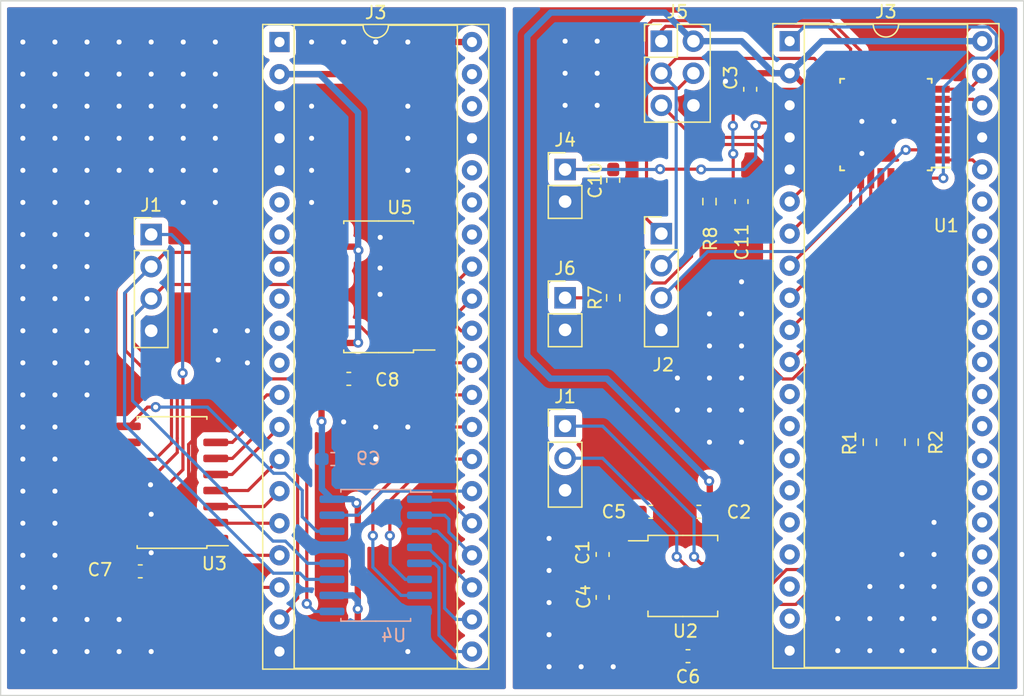
<source format=kicad_pcb>
(kicad_pcb (version 20211014) (generator pcbnew)
  (layers (0 "F.Cu" signal) (31 "B.Cu" signal) (34 "B.Paste" user) (35 "F.Paste" user) (36 "B.SilkS" user "B.Silkscreen") (37 "F.SilkS" user "F.Silkscreen") (38 "B.Mask" user) (39 "F.Mask" user) (44 "Edge.Cuts" user))
  (net 0 "")
  (net 3 "GND")
  (net 4 "+5V")
  (net 17 "RL11")
  (net 18 "RL10")
  (net 19 "RL9")
  (net 20 "RL8")
  (net 21 "RL7")
  (net 22 "RL6")
  (net 23 "RL5")
  (net 24 "RL1_2")
  (net 25 "RL17")
  (net 26 "RL16")
  (net 27 "RL15")
  (net 28 "RL14")
  (net 29 "RL13")
  (net 30 "RL12")
  (net 31 "RL4")
  (net 32 "RL3")
  (net 33 "RL18")
  (net 34 "RL19")
  (net 35 "RL20")
  (net 36 "RL21")
  (net 37 "RL22")
  (net 40 "MOSI")
  (net 41 "SCLK")
  (net 42 "Net-(U3-Pad9)")
  (net 43 "Net-(U4-Pad9)")
  (net 44 "LATCH")
  (footprint "Capacitor_SMD:C_0603_1608Metric_Pad1.08x0.95mm_HandSolder" (layer "F.Cu") (at 121.0575 90.17)
    (fp_text reference "C7")
    (fp_text value "100n" hide)
  )
  (footprint "Package_QFP:TQFP-32_7x7mm_P0.8mm" (layer "F.Cu") (at 180.0932 54.795922 180)
    (fp_text reference "U1")
    (fp_text value "ATmega328PB-A" hide)
  )
  (footprint "Capacitor_SMD:C_0603_1608Metric_Pad1.08x0.95mm_HandSolder" (layer "F.Cu") (at 161.475 85.453722)
    (fp_text reference "C5")
    (fp_text value "100n")
  )
  (footprint "Capacitor_SMD:C_0603_1608Metric_Pad1.08x0.95mm_HandSolder" (layer "F.Cu") (at 169.349 52.001922 -90)
    (fp_text reference "C3")
    (fp_text value "100n" hide)
  )
  (footprint "Resistor_SMD:R_0603_1608Metric_Pad0.98x0.95mm_HandSolder" (layer "F.Cu") (at 158.5032 68.511922 90)
    (fp_text reference "R7")
    (fp_text value "10k" hide)
  )
  (footprint "Connector_PinHeader_2.54mm:PinHeader_1x03_P2.54mm_Vertical" (layer "F.Cu") (at 154.6932 78.671922)
    (fp_text reference "J1")
    (fp_text value "3pin")
  )
  (footprint "Capacitor_SMD:C_0603_1608Metric_Pad1.08x0.95mm_HandSolder" (layer "F.Cu") (at 164.4225 96.883722)
    (fp_text reference "C6")
    (fp_text value "100n" hide)
  )
  (footprint "Capacitor_SMD:C_0603_1608Metric_Pad1.08x0.95mm_HandSolder" (layer "F.Cu") (at 168.6632 60.891922 -90)
    (fp_text reference "C11")
    (fp_text value "100n" hide)
  )
  (footprint "Capacitor_SMD:C_0603_1608Metric_Pad1.08x0.95mm_HandSolder" (layer "F.Cu") (at 157.665 92.234422 -90)
    (fp_text reference "C4")
    (fp_text value "100n" hide)
  )
  (footprint "Resistor_SMD:R_0603_1608Metric_Pad0.98x0.95mm_HandSolder" (layer "F.Cu") (at 182.1252 79.941922 -90)
    (fp_text reference "R2")
    (fp_text value "10k" hide)
  )
  (footprint "Capacitor_SMD:C_0603_1608Metric_Pad1.08x0.95mm_HandSolder" (layer "F.Cu") (at 165.285 85.453722)
    (fp_text reference "C2")
    (fp_text value "100n")
  )
  (footprint "Connector_PinHeader_2.54mm:PinHeader_1x02_P2.54mm_Vertical" (layer "F.Cu") (at 154.6932 68.511922)
    (fp_text reference "J6")
    (fp_text value "2pin" hide)
  )
  (footprint "Package_SO:SSOP-16_5.3x6.2mm_P0.65mm" (layer "F.Cu") (at 164.015 90.533722)
    (fp_text reference "U2")
    (fp_text value "MAX232" hide)
  )
  (footprint "Package_SO:SO-16_5.3x10.2mm_P1.27mm" (layer "F.Cu") (at 123.571 83.1342 180)
    (fp_text reference "U3")
    (fp_text value "74HC595" hide)
  )
  (footprint "Resistor_SMD:R_0603_1608Metric_Pad0.98x0.95mm_HandSolder" (layer "F.Cu") (at 166.1232 60.891922 90)
    (fp_text reference "R8")
    (fp_text value "10k" hide)
  )
  (footprint "Connector_PinHeader_2.54mm:PinHeader_1x04_P2.54mm_Vertical" (layer "F.Cu") (at 121.92 63.5)
    (fp_text reference "J1")
    (fp_text value "4pin" hide)
  )
  (footprint "Package_SO:SO-16_5.3x10.2mm_P1.27mm" (layer "F.Cu") (at 139.9286 67.6402 180)
    (fp_text reference "U5")
    (fp_text value "74HC595" hide)
  )
  (footprint "Resistor_SMD:R_0603_1608Metric_Pad0.98x0.95mm_HandSolder" (layer "F.Cu") (at 178.8232 79.941922 -90)
    (fp_text reference "R1")
    (fp_text value "10k" hide)
  )
  (footprint "Package_DIP:DIP-40_W15.24mm_Socket" (layer "F.Cu") (at 172.4732 48.191922)
    (fp_text reference "J3")
    (fp_text value "40pin" hide)
  )
  (footprint "Capacitor_SMD:C_0603_1608Metric_Pad1.08x0.95mm_HandSolder" (layer "F.Cu") (at 137.5675 74.93)
    (fp_text reference "C8")
    (fp_text value "100n" hide)
  )
  (footprint "Connector_PinHeader_2.54mm:PinHeader_1x04_P2.54mm_Vertical" (layer "F.Cu") (at 162.3132 63.431922)
    (fp_text reference "J2")
    (fp_text value "4pin" hide)
  )
  (footprint "Connector_PinHeader_2.54mm:PinHeader_2x03_P2.54mm_Vertical" (layer "F.Cu") (at 162.3132 48.191922)
    (fp_text reference "J5")
    (fp_text value "2x3pin" hide)
  )
  (footprint "Connector_PinHeader_2.54mm:PinHeader_1x02_P2.54mm_Vertical" (layer "F.Cu") (at 154.6932 58.351922)
    (fp_text reference "J4")
    (fp_text value "2pin" hide)
  )
  (footprint "Package_DIP:DIP-40_W15.24mm_Socket" (layer "F.Cu") (at 132.08 48.26)
    (fp_text reference "J3")
    (fp_text value "40pin" hide)
  )
  (footprint "Capacitor_SMD:C_0603_1608Metric_Pad1.08x0.95mm_HandSolder" (layer "F.Cu") (at 158.5032 59.214422 90)
    (fp_text reference "C10")
    (fp_text value "100n" hide)
  )
  (footprint "Capacitor_SMD:C_0603_1608Metric_Pad1.08x0.95mm_HandSolder" (layer "F.Cu") (at 157.665 88.831922 -90)
    (fp_text reference "C1")
    (fp_text value "100n" hide)
  )
  (footprint "Capacitor_SMD:C_0603_1608Metric_Pad1.08x0.95mm_HandSolder" (layer "B.Cu") (at 136.2975 81.28)
    (fp_text reference "C9")
    (fp_text value "100n" hide)
  )
  (footprint "Package_SO:SO-16_5.3x10.2mm_P1.27mm" (layer "B.Cu") (at 139.7 88.9 180)
    (fp_text reference "U4")
    (fp_text value "74HC595" hide)
  )
  (gr_rect (start 110 100) (end 191 45) (layer "Edge.Cuts") (width 0.1) (fill none))
  (segment (start 162.364 95.687722) (end 163.56 96.883722) (width 0.25) (layer "F.Cu") (net 0))
  (segment (start 168.0028 52.840122) (end 168.0028 54.872122) (width 0.25) (layer "F.Cu") (net 0))
  (segment (start 168.0028 57.107322) (end 168.0028 59.369022) (width 0.25) (layer "F.Cu") (net 0))
  (segment (start 175.8432 53.595922) (end 174.7932 53.595922) (width 0.25) (layer "F.Cu") (net 0))
  (segment (start 164.7008 61.145922) (end 165.8673 59.979422) (width 0.25) (layer "F.Cu") (net 0))
  (segment (start 177.2932 61.151922) (end 172.4732 65.971922) (width 0.25) (layer "F.Cu") (net 0))
  (segment (start 162.608721 67.337411) (end 164.7008 65.245332) (width 0.25) (layer "F.Cu") (net 0))
  (segment (start 162.2116 58.326522) (end 165.4374 58.326522) (width 0.25) (layer "F.Cu") (net 0))
  (segment (start 162.3132 53.271922) (end 165.412 56.370722) (width 0.25) (layer "F.Cu") (net 0))
  (segment (start 182.0932 59.045922) (end 182.0932 78.997422) (width 0.25) (layer "F.Cu") (net 0))
  (segment (start 168.0028 59.369022) (end 168.6632 60.029422) (width 0.25) (layer "F.Cu") (net 0))
  (segment (start 154.6932 68.511922) (end 157.5907 68.511922) (width 0.25) (layer "F.Cu") (net 0))
  (segment (start 186.7082 51.995922) (end 187.7132 50.990922) (width 0.25) (layer "F.Cu") (net 0))
  (segment (start 160.3132 87.969422) (end 160.6025 88.258722) (width 0.25) (layer "F.Cu") (net 0))
  (segment (start 169.984 54.668922) (end 169.7808 54.872122) (width 0.25) (layer "F.Cu") (net 0))
  (segment (start 182.0932 78.997422) (end 182.1252 79.029422) (width 0.25) (layer "F.Cu") (net 0))
  (segment (start 167.4275 90.858722) (end 166.554283 90.858722) (width 0.25) (layer "F.Cu") (net 0))
  (segment (start 175.8432 54.395922) (end 174.7932 54.395922) (width 0.25) (layer "F.Cu") (net 0))
  (segment (start 166.0724 91.340605) (end 166.0724 93.149922) (width 0.25) (layer "F.Cu") (net 0))
  (segment (start 184.6398 59.037722) (end 182.9014 59.037722) (width 0.25) (layer "F.Cu") (net 0))
  (segment (start 182.9014 59.037722) (end 182.8932 59.045922) (width 0.25) (layer "F.Cu") (net 0))
  (segment (start 173.4638 90.025722) (end 178.8232 84.666322) (width 0.25) (layer "F.Cu") (net 0))
  (segment (start 184.3432 52.795922) (end 186.9782 52.795922) (width 0.25) (layer "F.Cu") (net 0))
  (segment (start 166.1232 59.979422) (end 168.6132 59.979422) (width 0.25) (layer "F.Cu") (net 0))
  (segment (start 160.6025 89.558722) (end 157.8007 89.558722) (width 0.25) (layer "F.Cu") (net 0))
  (segment (start 175.8432 57.595922) (end 174.628918 57.595922) (width 0.25) (layer "F.Cu") (net 0))
  (segment (start 166.554283 90.858722) (end 166.0724 91.340605) (width 0.25) (layer "F.Cu") (net 0))
  (segment (start 174.7932 56.795922) (end 173.597711 57.991411) (width 0.25) (layer "F.Cu") (net 0))
  (segment (start 165.4374 58.326522) (end 165.4628 58.351922) (width 0.25) (layer "F.Cu") (net 0))
  (segment (start 157.665 92.923005) (end 159.729283 90.858722) (width 0.25) (layer "F.Cu") (net 0))
  (segment (start 165.8673 59.979422) (end 166.1232 59.979422) (width 0.25) (layer "F.Cu") (net 0))
  (segment (start 157.665 93.096922) (end 157.665 92.923005) (width 0.25) (layer "F.Cu") (net 0))
  (segment (start 174.7932 54.395922) (end 174.5202 54.668922) (width 0.25) (layer "F.Cu") (net 0))
  (segment (start 184.3432 57.595922) (end 186.9572 57.595922) (width 0.25) (layer "F.Cu") (net 0))
  (segment (start 177.2932 59.045922) (end 177.2932 61.151922) (width 0.25) (layer "F.Cu") (net 0))
  (segment (start 178.0932 59.045922) (end 178.0932 62.891922) (width 0.25) (layer "F.Cu") (net 0))
  (segment (start 161.475717 91.508722) (end 162.364 92.397005) (width 0.25) (layer "F.Cu") (net 0))
  (segment (start 169.8316 93.911922) (end 170.956111 92.787411) (width 0.25) (layer "F.Cu") (net 0))
  (segment (start 168.0028 54.872122) (end 167.9774 54.897522) (width 0.25) (layer "F.Cu") (net 0))
  (segment (start 171.938122 74.938122) (end 172.7173 74.938122) (width 0.25) (layer "F.Cu") (net 0))
  (segment (start 166.0724 93.149922) (end 166.8344 93.911922) (width 0.25) (layer "F.Cu") (net 0))
  (segment (start 175.8432 56.795922) (end 174.7932 56.795922) (width 0.25) (layer "F.Cu") (net 0))
  (segment (start 160.6125 86.496222) (end 160.6125 85.453722) (width 0.25) (layer "F.Cu") (net 0))
  (segment (start 161.475717 88.908722) (end 161.856 88.528439) (width 0.25) (layer "F.Cu") (net 0))
  (segment (start 173.597711 59.767411) (end 172.4732 60.891922) (width 0.25) (layer "F.Cu") (net 0))
  (segment (start 168.6132 59.979422) (end 168.6632 60.029422) (width 0.25) (layer "F.Cu") (net 0))
  (segment (start 157.5907 68.511922) (end 158.5032 69.424422) (width 0.25) (layer "F.Cu") (net 0))
  (segment (start 160.6025 91.508722) (end 161.475717 91.508722) (width 0.25) (layer "F.Cu") (net 0))
  (segment (start 169.9332 56.370722) (end 171 57.437522) (width 0.25) (layer "F.Cu") (net 0))
  (segment (start 181.367711 69.701211) (end 178.8232 72.245722) (width 0.25) (layer "F.Cu") (net 0))
  (segment (start 162.649511 47.017411) (end 162.3132 47.353722) (width 0.25) (layer "F.Cu") (net 0))
  (segment (start 177.2932 48.807522) (end 177.2992 48.801522) (width 0.25) (layer "F.Cu") (net 0))
  (segment (start 171 57.437522) (end 171 74) (width 0.25) (layer "F.Cu") (net 0))
  (segment (start 178.8932 59.045922) (end 178.8932 64.631922) (width 0.25) (layer "F.Cu") (net 0))
  (segment (start 160.6025 88.908722) (end 161.475717 88.908722) (width 0.25) (layer "F.Cu") (net 0))
  (segment (start 179.6932 59.045922) (end 179.6932 66.371922) (width 0.25) (layer "F.Cu") (net 0))
  (segment (start 154.6932 58.351922) (end 158.5032 58.351922) (width 0.25) (layer "F.Cu") (net 0))
  (segment (start 181.367711 69.701211) (end 181.367711 60.170433) (width 0.25) (layer "F.Cu") (net 0))
  (segment (start 177.2992 48.801522) (end 175.515089 47.017411) (width 0.25) (layer "F.Cu") (net 0))
  (segment (start 186.9782 52.795922) (end 187.7132 53.530922) (width 0.25) (layer "F.Cu") (net 0))
  (segment (start 171 74) (end 171.938122 74.938122) (width 0.25) (layer "F.Cu") (net 0))
  (segment (start 160.7892 86.672922) (end 160.6125 86.496222) (width 0.25) (layer "F.Cu") (net 0))
  (segment (start 170.956111 92.787411) (end 172.962711 92.787411) (width 0.25) (layer "F.Cu") (net 0))
  (segment (start 181.367711 60.170433) (end 181.2932 60.095922) (width 0.25) (layer "F.Cu") (net 0))
  (segment (start 162.3132 47.353722) (end 162.3132 48.191922) (width 0.25) (layer "F.Cu") (net 0))
  (segment (start 172.962711 92.787411) (end 182.1252 83.624922) (width 0.25) (layer "F.Cu") (net 0))
  (segment (start 177.2932 50.545922) (end 177.2932 48.807522) (width 0.25) (layer "F.Cu") (net 0))
  (segment (start 173.597711 57.991411) (end 173.597711 59.767411) (width 0.25) (layer "F.Cu") (net 0))
  (segment (start 178.8932 64.631922) (end 172.4732 71.051922) (width 0.25) (layer "F.Cu") (net 0))
  (segment (start 167.4275 89.558722) (end 165.453 89.558722) (width 0.25) (layer "F.Cu") (net 0))
  (segment (start 182.1252 83.624922) (end 182.1252 80.854422) (width 0.25) (layer "F.Cu") (net 0))
  (segment (start 172.2291 90.025722) (end 173.4638 90.025722) (width 0.25) (layer "F.Cu") (net 0))
  (segment (start 181.2932 60.095922) (end 181.2932 59.045922) (width 0.25) (layer "F.Cu") (net 0))
  (segment (start 167.4275 90.208722) (end 164.7314 90.208722) (width 0.25) (layer "F.Cu") (net 0))
  (segment (start 165.412 56.370722) (end 169.9332 56.370722) (width 0.25) (layer "F.Cu") (net 0))
  (segment (start 157.665 87.969422) (end 160.3132 87.969422) (width 0.25) (layer "F.Cu") (net 0))
  (segment (start 159.729283 90.858722) (end 160.6025 90.858722) (width 0.25) (layer "F.Cu") (net 0))
  (segment (start 158.5032 67.599422) (end 158.765211 67.337411) (width 0.25) (layer "F.Cu") (net 0))
  (segment (start 161.856 87.612722) (end 160.9162 86.672922) (width 0.25) (layer "F.Cu") (net 0))
  (segment (start 175.515089 47.017411) (end 162.649511 47.017411) (width 0.25) (layer "F.Cu") (net 0))
  (segment (start 174.628918 57.595922) (end 174.1242 58.10064) (width 0.25) (layer "F.Cu") (net 0))
  (segment (start 157.665 91.371922) (end 158.8282 90.208722) (width 0.25) (layer "F.Cu") (net 0))
  (segment (start 178.8232 84.666322) (end 178.8232 80.854422) (width 0.25) (layer "F.Cu") (net 0))
  (segment (start 165.453 89.558722) (end 164.904 89.009722) (width 0.25) (layer "F.Cu") (net 0))
  (segment (start 158.8282 90.208722) (end 160.6025 90.208722) (width 0.25) (layer "F.Cu") (net 0))
  (segment (start 186.9572 57.595922) (end 187.7132 58.351922) (width 0.25) (layer "F.Cu") (net 0))
  (segment (start 158.765211 67.337411) (end 162.608721 67.337411) (width 0.25) (layer "F.Cu") (net 0))
  (segment (start 180.4932 67.162222) (end 172.9205 74.734922) (width 0.25) (layer "F.Cu") (net 0))
  (segment (start 160.9162 86.672922) (end 160.7892 86.672922) (width 0.25) (layer "F.Cu") (net 0))
  (segment (start 180.4932 59.045922) (end 180.4932 67.162222) (width 0.25) (layer "F.Cu") (net 0))
  (segment (start 168.84052 52.002402) (end 168.0028 52.840122) (width 0.25) (layer "F.Cu") (net 0))
  (segment (start 166.8344 93.911922) (end 169.8316 93.911922) (width 0.25) (layer "F.Cu") (net 0))
  (segment (start 173.19968 52.002402) (end 168.84052 52.002402) (width 0.25) (layer "F.Cu") (net 0))
  (segment (start 170.7461 91.508722) (end 172.2291 90.025722) (width 0.25) (layer "F.Cu") (net 0))
  (segment (start 174.1242 61.780922) (end 172.4732 63.431922) (width 0.25) (layer "F.Cu") (net 0))
  (segment (start 167.4275 91.508722) (end 170.7461 91.508722) (width 0.25) (layer "F.Cu") (net 0))
  (segment (start 164.7314 90.208722) (end 163.5324 89.009722) (width 0.25) (layer "F.Cu") (net 0))
  (segment (start 174.7932 53.595922) (end 173.19968 52.002402) (width 0.25) (layer "F.Cu") (net 0))
  (segment (start 164.7008 65.245332) (end 164.7008 61.145922) (width 0.25) (layer "F.Cu") (net 0))
  (segment (start 161.856 88.528439) (end 161.856 87.612722) (width 0.25) (layer "F.Cu") (net 0))
  (segment (start 172.7173 74.938122) (end 172.9205 74.734922) (width 0.25) (layer "F.Cu") (net 0))
  (segment (start 162.364 92.397005) (end 162.364 95.687722) (width 0.25) (layer "F.Cu") (net 0))
  (segment (start 178.8232 79.029422) (end 178.8232 72.245722) (width 0.25) (layer "F.Cu") (net 0))
  (segment (start 174.5202 54.668922) (end 169.984 54.668922) (width 0.25) (layer "F.Cu") (net 0))
  (segment (start 179.6932 66.371922) (end 172.4732 73.591922) (width 0.25) (layer "F.Cu") (net 0))
  (segment (start 178.0932 62.891922) (end 172.4732 68.511922) (width 0.25) (layer "F.Cu") (net 0))
  (segment (start 157.8007 89.558722) (end 157.665 89.694422) (width 0.25) (layer "F.Cu") (net 0))
  (segment (start 174.1242 58.10064) (end 174.1242 61.780922) (width 0.25) (layer "F.Cu") (net 0))
  (segment (start 184.3432 51.995922) (end 186.7082 51.995922) (width 0.25) (layer "F.Cu") (net 0))
  (via (at 169.7808 54.872122) (size 0.8) (drill 0.4) (layers "F.Cu" "B.Cu") (net 0))
  (via (at 165.4628 58.351922) (size 0.8) (drill 0.4) (layers "F.Cu" "B.Cu") (net 0))
  (via (at 167.9774 54.897522) (size 0.8) (drill 0.4) (layers "F.Cu" "B.Cu") (net 0))
  (via (at 184.6398 59.037722) (size 0.8) (drill 0.4) (layers "F.Cu" "B.Cu") (net 0))
  (via (at 162.2116 58.326522) (size 0.8) (drill 0.4) (layers "F.Cu" "B.Cu") (net 0))
  (via (at 164.904 89.009722) (size 0.8) (drill 0.4) (layers "F.Cu" "B.Cu") (net 0))
  (via (at 163.5324 89.009722) (size 0.8) (drill 0.4) (layers "F.Cu" "B.Cu") (net 0))
  (via (at 168.0028 57.107322) (size 0.8) (drill 0.4) (layers "F.Cu" "B.Cu") (net 0))
  (segment (start 165.4628 58.351922) (end 168.8664 58.351922) (width 0.25) (layer "B.Cu") (net 0))
  (segment (start 172.4732 48.191922) (end 173.597711 47.067411) (width 0.25) (layer "B.Cu") (net 0))
  (segment (start 184.6398 51.874922) (end 184.6398 59.037722) (width 0.25) (layer "B.Cu") (net 0))
  (segment (start 188.0942 49.538122) (end 186.9766 49.538122) (width 0.25) (layer "B.Cu") (net 0))
  (segment (start 154.6932 81.211922) (end 157.665 81.211922) (width 0.25) (layer "B.Cu") (net 0))
  (segment (start 162.1862 58.351922) (end 162.2116 58.326522) (width 0.25) (layer "B.Cu") (net 0))
  (segment (start 168.8664 58.351922) (end 169.7808 57.437522) (width 0.25) (layer "B.Cu") (net 0))
  (segment (start 188.837711 48.794611) (end 188.0942 49.538122) (width 0.25) (layer "B.Cu") (net 0))
  (segment (start 154.6932 58.351922) (end 162.1862 58.351922) (width 0.25) (layer "B.Cu") (net 0))
  (segment (start 154.6932 78.671922) (end 157.665 78.671922) (width 0.25) (layer "B.Cu") (net 0))
  (segment (start 157.665 78.671922) (end 164.904 85.910922) (width 0.25) (layer "B.Cu") (net 0))
  (segment (start 188.178989 47.067411) (end 188.837711 47.726133) (width 0.25) (layer "B.Cu") (net 0))
  (segment (start 163.5324 87.079322) (end 163.5324 89.009722) (width 0.25) (layer "B.Cu") (net 0))
  (segment (start 188.837711 47.726133) (end 188.837711 48.794611) (width 0.25) (layer "B.Cu") (net 0))
  (segment (start 173.597711 47.067411) (end 188.178989 47.067411) (width 0.25) (layer "B.Cu") (net 0))
  (segment (start 157.665 81.211922) (end 163.5324 87.079322) (width 0.25) (layer "B.Cu") (net 0))
  (segment (start 167.9774 57.081922) (end 168.0028 57.107322) (width 0.25) (layer "B.Cu") (net 0))
  (segment (start 167.9774 54.897522) (end 167.9774 57.081922) (width 0.25) (layer "B.Cu") (net 0))
  (segment (start 164.904 89.009722) (end 164.904 85.910922) (width 0.25) (layer "B.Cu") (net 0))
  (segment (start 169.7808 57.437522) (end 169.7808 54.872122) (width 0.25) (layer "B.Cu") (net 0))
  (segment (start 186.9766 49.538122) (end 184.6398 51.874922) (width 0.25) (layer "B.Cu") (net 0))
  (segment (start 137.16 78.3336) (end 138.43 77.0636) (width 0.25) (layer "F.Cu") (net 3))
  (segment (start 136.4661 68.2752) (end 137.922528 68.2752) (width 0.25) (layer "F.Cu") (net 3))
  (segment (start 167.4275 88.908722) (end 166.554283 88.908722) (width 0.25) (layer "F.Cu") (net 3))
  (segment (start 127.2286 78.4941) (end 127.2286 73.4314) (width 0.25) (layer "F.Cu") (net 3))
  (segment (start 138.43 77.0636) (end 138.43 74.93) (width 0.25) (layer "F.Cu") (net 3))
  (segment (start 127.0335 78.6892) (end 127.2286 78.4941) (width 0.25) (layer "F.Cu") (net 3))
  (segment (start 121.9962 85.6742) (end 121.9454 85.6742) (width 0.25) (layer "F.Cu") (net 3))
  (segment (start 151.95 63.635122) (end 154.6932 60.891922) (width 0.25) (layer "F.Cu") (net 3))
  (segment (start 184.3432 55.995922) (end 182.98368 55.995922) (width 0.5) (layer "F.Cu") (net 3))
  (segment (start 140.0556 66.142128) (end 140.0556 63.7286) (width 0.25) (layer "F.Cu") (net 3))
  (segment (start 132.08 55.88) (end 132.08 58.42) (width 0.25) (layer "F.Cu") (net 3))
  (segment (start 157.6882 60.891922) (end 158.5032 60.076922) (width 0.25) (layer "F.Cu") (net 3))
  (segment (start 161.3734 83.751922) (end 162.3894 84.767922) (width 0.25) (layer "F.Cu") (net 3))
  (segment (start 143.3911 59.8089) (end 147.32 55.88) (width 0.25) (layer "F.Cu") (net 3))
  (segment (start 166.1232 61.804422) (end 168.6132 61.804422) (width 0.25) (layer "F.Cu") (net 3))
  (segment (start 182.98368 55.995922) (end 182.18368 55.195922) (width 0.5) (layer "F.Cu") (net 3))
  (segment (start 182.18368 55.195922) (end 175.8432 55.195922) (width 0.5) (layer "F.Cu") (net 3))
  (segment (start 172.4732 96.451922) (end 165.7168 96.451922) (width 0.25) (layer "F.Cu") (net 3))
  (segment (start 185.7636 54.766322) (end 185.7636 55.995922) (width 0.25) (layer "F.Cu") (net 3))
  (segment (start 154.6932 71.051922) (end 153.3724 71.051922) (width 0.25) (layer "F.Cu") (net 3))
  (segment (start 140.589 63.1952) (end 143.3911 63.1952) (width 0.25) (layer "F.Cu") (net 3))
  (segment (start 151.95 82.253322) (end 153.4486 83.751922) (width 0.25) (layer "F.Cu") (net 3))
  (segment (start 121.92 90.17) (end 128.27 96.52) (width 0.25) (layer "F.Cu") (net 3))
  (segment (start 162.3894 84.767922) (end 162.3894 85.401822) (width 0.25) (layer "F.Cu") (net 3))
  (segment (start 126.3108 78.6892) (end 124.88412 80.11588) (width 0.25) (layer "F.Cu") (net 3))
  (segment (start 165.7168 96.451922) (end 165.285 96.883722) (width 0.25) (layer "F.Cu") (net 3))
  (segment (start 128.27 96.52) (end 132.08 96.52) (width 0.25) (layer "F.Cu") (net 3))
  (segment (start 162.3132 71.051922) (end 166.1232 67.241922) (width 0.25) (layer "F.Cu") (net 3))
  (segment (start 143.3911 63.1952) (end 143.3911 59.8089) (width 0.25) (layer "F.Cu") (net 3))
  (segment (start 124.88412 82.78628) (end 121.9962 85.6742) (width 0.25) (layer "F.Cu") (net 3))
  (segment (start 169.349 52.864422) (end 169.7565 53.271922) (width 0.25) (layer "F.Cu") (net 3))
  (segment (start 151.95 72.474322) (end 151.95 82.253322) (width 0.25) (layer "F.Cu") (net 3))
  (segment (start 162.3894 85.401822) (end 162.3375 85.453722) (width 0.25) (layer "F.Cu") (net 3))
  (segment (start 167.1342 55.811922) (end 172.4732 55.811922) (width 0.25) (layer "F.Cu") (net 3))
  (segment (start 124.88412 80.11588) (end 124.88412 82.78628) (width 0.25) (layer "F.Cu") (net 3))
  (segment (start 127.2286 72.8726) (end 125.476 71.12) (width 0.25) (layer "F.Cu") (net 3))
  (segment (start 154.6932 83.751922) (end 161.3734 83.751922) (width 0.25) (layer "F.Cu") (net 3))
  (segment (start 169.7565 53.271922) (end 172.4732 53.271922) (width 0.25) (layer "F.Cu") (net 3))
  (segment (start 120.1085 83.7692) (end 121.412 83.7692) (width 0.25) (layer "F.Cu") (net 3))
  (segment (start 184.3432 54.395922) (end 185.3932 54.395922) (width 0.25) (layer "F.Cu") (net 3))
  (segment (start 127.2286 73.4314) (end 127.2286 72.8726) (width 0.25) (layer "F.Cu") (net 3))
  (segment (start 162.3375 85.453722) (end 164.4225 85.453722) (width 0.25) (layer "F.Cu") (net 3))
  (segment (start 166.1232 67.241922) (end 166.1232 61.804422) (width 0.25) (layer "F.Cu") (net 3))
  (segment (start 166.554283 88.908722) (end 164.4225 86.776939) (width 0.25) (layer "F.Cu") (net 3))
  (segment (start 121.9454 85.6742) (end 121.92 85.6488) (width 0.25) (layer "F.Cu") (net 3))
  (segment (start 168.6132 61.804422) (end 168.6632 61.754422) (width 0.25) (layer "F.Cu") (net 3))
  (segment (start 151.95 72.474322) (end 151.95 63.635122) (width 0.25) (layer "F.Cu") (net 3))
  (segment (start 162.4148 85.376422) (end 162.3375 85.453722) (width 0.25) (layer "F.Cu") (net 3))
  (segment (start 153.3724 71.051922) (end 151.95 72.474322) (width 0.25) (layer "F.Cu") (net 3))
  (segment (start 175.8432 55.195922) (end 173.0892 55.195922) (width 0.25) (layer "F.Cu") (net 3))
  (segment (start 164.8532 53.530922) (end 167.1342 55.811922) (width 0.25) (layer "F.Cu") (net 3))
  (segment (start 140.043164 66.154564) (end 140.0556 66.142128) (width 0.25) (layer "F.Cu") (net 3))
  (segment (start 140.0556 63.7286) (end 140.589 63.1952) (width 0.25) (layer "F.Cu") (net 3))
  (segment (start 125.476 71.12) (end 121.92 71.12) (width 0.25) (layer "F.Cu") (net 3))
  (segment (start 185.7636 55.995922) (end 188.3952 55.995922) (width 0.25) (layer "F.Cu") (net 3))
  (segment (start 164.4225 86.776939) (end 164.4225 85.453722) (width 0.25) (layer "F.Cu") (net 3))
  (segment (start 137.922528 68.2752) (end 140.043164 66.154564) (width 0.25) (layer "F.Cu") (net 3))
  (segment (start 121.92 90.17) (end 121.92 88.6968) (width 0.25) (layer "F.Cu") (net 3))
  (segment (start 121.412 83.7692) (end 121.8692 83.312) (width 0.25) (layer "F.Cu") (net 3))
  (segment (start 132.08 96.52) (end 132.672814 96.52) (width 0.25) (layer "F.Cu") (net 3))
  (segment (start 134.62 55.88) (end 142.24 55.88) (width 0.25) (layer "F.Cu") (net 3))
  (segment (start 127.0335 78.6892) (end 126.3108 78.6892) (width 0.25) (layer "F.Cu") (net 3))
  (segment (start 132.08 53.34) (end 132.08 55.88) (width 0.25) (layer "F.Cu") (net 3))
  (segment (start 173.0892 55.195922) (end 172.4732 55.811922) (width 0.25) (layer "F.Cu") (net 3))
  (segment (start 185.3932 54.395922) (end 185.7636 54.766322) (width 0.25) (layer "F.Cu") (net 3))
  (segment (start 142.24 55.88) (end 147.32 55.88) (width 0.25) (layer "F.Cu") (net 3))
  (segment (start 154.6932 60.891922) (end 157.6882 60.891922) (width 0.25) (layer "F.Cu") (net 3))
  (segment (start 153.4486 83.751922) (end 154.6932 83.751922) (width 0.25) (layer "F.Cu") (net 3))
  (segment (start 132.08 55.88) (end 134.62 55.88) (width 0.25) (layer "F.Cu") (net 3))
  (via (at 178.1882 54.541922) (size 0.8) (drill 0.4) (layers "F.Cu" "B.Cu") (net 3))
  (via (at 111.76 50.8) (size 0.8) (drill 0.4) (layers "F.Cu" "B.Cu") (net 3))
  (via (at 168.6632 67.241922) (size 0.8) (drill 0.4) (layers "F.Cu" "B.Cu") (net 3))
  (via (at 153.4232 87.561922) (size 0.8) (drill 0.4) (layers "F.Cu" "B.Cu") (net 3))
  (via (at 178.8232 91.371922) (size 0.8) (drill 0.4) (layers "F.Cu" "B.Cu") (net 3))
  (via (at 183.9032 93.911922) (size 0.8) (drill 0.4) (layers "F.Cu" "B.Cu") (net 3))
  (via (at 114.3 88.9) (size 0.8) (drill 0.4) (layers "F.Cu" "B.Cu") (net 3))
  (via (at 154.6932 48.191922) (size 0.8) (drill 0.4) (layers "F.Cu" "B.Cu") (net 3))
  (via (at 183.9032 86.291922) (size 0.8) (drill 0.4) (layers "F.Cu" "B.Cu") (net 3))
  (via (at 180.7282 54.541922) (size 0.8) (drill 0.4) (layers "F.Cu" "B.Cu") (net 3))
  (via (at 142.24 55.88) (size 0.8) (drill 0.4) (layers "F.Cu" "B.Cu") (net 3))
  (via (at 119.38 58.42) (size 0.8) (drill 0.4) (layers "F.Cu" "B.Cu") (net 3))
  (via (at 116.84 96.52) (size 0.8) (drill 0.4) (layers "F.Cu" "B.Cu") (net 3))
  (via (at 140.043164 68.236836) (size 0.8) (drill 0.4) (layers "F.Cu" "B.Cu") (net 3))
  (via (at 111.76 68.58) (size 0.8) (drill 0.4) (layers "F.Cu" "B.Cu") (net 3))
  (via (at 178.8232 93.911922) (size 0.8) (drill 0.4) (layers "F.Cu" "B.Cu") (net 3))
  (via (at 139.7 81.28) (size 0.8) (drill 0.4) (layers "F.Cu" "B.Cu") (net 3))
  (via (at 121.92 53.34) (size 0.8) (drill 0.4) (layers "F.Cu" "B.Cu") (net 3))
  (via (at 121.92 58.42) (size 0.8) (drill 0.4) (layers "F.Cu" "B.Cu") (net 3))
  (via (at 134.62 53.34) (size 0.8) (drill 0.4) (layers "F.Cu" "B.Cu") (net 3))
  (via (at 129.54 71.12) (size 0.8) (drill 0.4) (layers "F.Cu" "B.Cu") (net 3))
  (via (at 111.76 58.42) (size 0.8) (drill 0.4) (layers "F.Cu" "B.Cu") (net 3))
  (via (at 116.84 50.8) (size 0.8) (drill 0.4) (layers "F.Cu" "B.Cu") (net 3))
  (via (at 142.24 53.34) (size 0.8) (drill 0.4) (layers "F.Cu" "B.Cu") (net 3))
  (via (at 127 55.88) (size 0.8) (drill 0.4) (layers "F.Cu" "B.Cu") (net 3))
  (via (at 114.3 53.34) (size 0.8) (drill 0.4) (layers "F.Cu" "B.Cu") (net 3))
  (via (at 168.6632 72.321922) (size 0.8) (drill 0.4) (layers "F.Cu" "B.Cu") (net 3))
  (via (at 163.5832 74.861922) (size 0.8) (drill 0.4) (layers "F.Cu" "B.Cu") (net 3))
  (via (at 140.0556 63.7286) (size 0.8) (drill 0.4) (layers "F.Cu" "B.Cu") (net 3))
  (via (at 124.46 60.96) (size 0.8) (drill 0.4) (layers "F.Cu" "B.Cu") (net 3))
  (via (at 116.84 76.2) (size 0.8) (drill 0.4) (layers "F.Cu" "B.Cu") (net 3))
  (via (at 116.84 66.04) (size 0.8) (drill 0.4) (layers "F.Cu" "B.Cu") (net 3))
  (via (at 116.84 48.26) (size 0.8) (drill 0.4) (layers "F.Cu" "B.Cu") (net 3))
  (via (at 121.92 48.26) (size 0.8) (drill 0.4) (layers "F.Cu" "B.Cu") (net 3))
  (via (at 119.38 55.88) (size 0.8) (drill 0.4) (layers "F.Cu" "B.Cu") (net 3))
  (via (at 116.84 63.5) (size 0.8) (drill 0.4) (layers "F.Cu" "B.Cu") (net 3))
  (via (at 158.5032 97.721922) (size 0.8) (drill 0.4) (layers "F.Cu" "B.Cu") (net 3))
  (via (at 121.92 50.8) (size 0.8) (drill 0.4) (layers "F.Cu" "B.Cu") (net 3))
  (via (at 114.3 86.36) (size 0.8) (drill 0.4) (layers "F.Cu" "B.Cu") (net 3))
  (via (at 114.3 71.12) (size 0.8) (drill 0.4) (layers "F.Cu" "B.Cu") (net 3))
  (via (at 116.84 68.58) (size 0.8) (drill 0.4) (layers "F.Cu" "B.Cu") (net 3))
  (via (at 116.84 71.12) (size 0.8) (drill 0.4) (layers "F.Cu" "B.Cu") (net 3))
  (via (at 116.84 60.96) (size 0.8) (drill 0.4) (layers "F.Cu" "B.Cu") (net 3))
  (via (at 157.2332 48.191922) (size 0.8) (drill 0.4) (layers "F.Cu" "B.Cu") (net 3))
  (via (at 114.3 93.98) (size 0.8) (drill 0.4) (layers "F.Cu" "B.Cu") (net 3))
  (via (at 111.76 96.52) (size 0.8) (drill 0.4) (layers "F.Cu" "B.Cu") (net 3))
  (via (at 114.3 48.26) (size 0.8) (drill 0.4) (layers "F.Cu" "B.Cu") (net 3))
  (via (at 134.62 60.96) (size 0.8) (drill 0.4) (layers "F.Cu" "B.Cu") (net 3))
  (via (at 134.62 58.42) (size 0.8) (drill 0.4) (layers "F.Cu" "B.Cu") (net 3))
  (via (at 114.3 58.42) (size 0.8) (drill 0.4) (layers "F.Cu" "B.Cu") (net 3))
  (via (at 134.62 55.88) (size 0.8) (drill 0.4) (layers "F.Cu" "B.Cu") (net 3))
  (via (at 114.3 63.5) (size 0.8) (drill 0.4) (layers "F.Cu" "B.Cu") (net 3))
  (via (at 155.9632 97.721922) (size 0.8) (drill 0.4) (layers "F.Cu" "B.Cu") (net 3))
  (via (at 114.3 91.44) (size 0.8) (drill 0.4) (layers "F.Cu" "B.Cu") (net 3))
  (via (at 116.84 55.88) (size 0.8) (drill 0.4) (layers "F.Cu" "B.Cu") (net 3))
  (via (at 114.3 81.28) (size 0.8) (drill 0.4) (layers "F.Cu" "B.Cu") (net 3))
  (via (at 114.3 96.52) (size 0.8) (drill 0.4) (layers "F.Cu" "B.Cu") (net 3))
  (via (at 142.24 48.26) (size 0.8) (drill 0.4) (layers "F.Cu" "B.Cu") (net 3))
  (via (at 137.16 78.3336) (size 0.8) (drill 0.4) (layers "F.Cu" "B.Cu") (net 3))
  (via (at 114.3 66.04) (size 0.8) (drill 0.4) (layers "F.Cu" "B.Cu") (net 3))
  (via (at 139.7 48.26) (size 0.8) (drill 0.4) (layers "F.Cu" "B.Cu") (net 3))
  (via (at 166.1232 72.321922) (size 0.8) (drill 0.4) (layers "F.Cu" "B.Cu") (net 3))
  (via (at 111.76 88.9) (size 0.8) (drill 0.4) (layers "F.Cu" "B.Cu") (net 3))
  (via (at 157.2332 53.271922) (size 0.8) (drill 0.4) (layers "F.Cu" "B.Cu") (net 3))
  (via (at 114.3 60.96) (size 0.8) (drill 0.4) (layers "F.Cu" "B.Cu") (net 3))
  (via (at 183.9032 96.451922) (size 0.8) (drill 0.4) (layers "F.Cu" "B.Cu") (net 3))
  (via (at 114.3 73.66) (size 0.8) (drill 0.4) (layers "F.Cu" "B.Cu") (net 3))
  (via (at 124.46 53.34) (size 0.8) (drill 0.4) (layers "F.Cu" "B.Cu") (net 3))
  (via (at 127 48.26) (size 0.8) (drill 0.4) (layers "F.Cu" "B.Cu") (net 3))
  (via (at 166.1232 77.401922) (size 0.8) (drill 0.4) (layers "F.Cu" "B.Cu") (net 3))
  (via (at 140.043164 66.154564) (size 0.8) (drill 0.4) (layers "F.Cu" "B.Cu") (net 3))
  (via (at 111.76 76.2) (size 0.8) (drill 0.4) (layers "F.Cu" "B.Cu") (net 3))
  (via (at 134.62 48.26) (size 0.8) (drill 0.4) (layers "F.Cu" "B.Cu") (net 3))
  (via (at 114.3 50.8) (size 0.8) (drill 0.4) (layers "F.Cu" "B.Cu") (net 3))
  (via (at 124.46 50.8) (size 0.8) (drill 0.4) (layers "F.Cu" "B.Cu") (net 3))
  (via (at 119.38 48.26) (size 0.8) (drill 0.4) (layers "F.Cu" "B.Cu") (net 3))
  (via (at 176.2832 96.451922) (size 0.8) (drill 0.4) (layers "F.Cu" "B.Cu") (net 3))
  (via (at 181.3632 91.371922) (size 0.8) (drill 0.4) (layers "F.Cu" "B.Cu") (net 3))
  (via (at 129.54 73.66) (size 0.8) (drill 0.4) (layers "F.Cu" "B.Cu") (net 3))
  (via (at 121.92 55.88) (size 0.8) (drill 0.4) (layers "F.Cu" "B.Cu") (net 3))
  (via (at 111.76 71.12) (size 0.8) (drill 0.4) (layers "F.Cu" "B.Cu") (net 3))
  (via (at 111.76 55.88) (size 0.8) (drill 0.4) (layers "F.Cu" "B.Cu") (net 3))
  (via (at 111.76 66.04) (size 0.8) (drill 0.4) (layers "F.Cu" "B.Cu") (net 3))
  (via (at 114.3 83.82) (size 0.8) (drill 0.4) (layers "F.Cu" "B.Cu") (net 3))
  (via (at 111.76 48.26) (size 0.8) (drill 0.4) (layers "F.Cu" "B.Cu") (net 3))
  (via (at 166.1232 69.781922) (size 0.8) (drill 0.4) (layers "F.Cu" "B.Cu") (net 3))
  (via (at 139.7 78.74) (size 0.8) (drill 0.4) (layers "F.Cu" "B.Cu") (net 3))
  (via (at 111.76 63.5) (size 0.8) (drill 0.4) (layers "F.Cu" "B.Cu") (net 3))
  (via (at 127 58.42) (size 0.8) (drill 0.4) (layers "F.Cu" "B.Cu") (net 3))
  (via (at 153.4232 95.181922) (size 0.8) (drill 0.4) (layers "F.Cu" "B.Cu") (net 3))
  (via (at 124.46 58.42) (size 0.8) (drill 0.4) (layers "F.Cu" "B.Cu") (net 3))
  (via (at 142.24 96.52) (size 0.8) (drill 0.4) (layers "F.Cu" "B.Cu") (net 3))
  (via (at 111.76 60.96) (size 0.8) (drill 0.4) (layers "F.Cu" "B.Cu") (net 3))
  (via (at 121.8692 83.312) (size 0.8) (drill 0.4) (layers "F.Cu" "B.Cu") (net 3))
  (via (at 111.76 78.74) (size 0.8) (drill 0.4) (layers "F.Cu" "B.Cu") (net 3))
  (via (at 137.16 48.26) (size 0.8) (drill 0.4) (layers "F.Cu" "B.Cu") (net 3))
  (via (at 111.76 83.82) (size 0.8) (drill 0.4) (layers "F.Cu" "B.Cu") (net 3))
  (via (at 119.38 96.52) (size 0.8) (drill 0.4) (layers "F.Cu" "B.Cu") (net 3))
  (via (at 183.9032 91.371922) (size 0.8) (drill 0.4) (layers "F.Cu" "B.Cu") (net 3))
  (via (at 114.3 68.58) (size 0.8) (drill 0.4) (layers "F.Cu" "B.Cu") (net 3))
  (via (at 127 50.8) (size 0.8) (drill 0.4) (layers "F.Cu" "B.Cu") (net 3))
  (via (at 114.3 76.2) (size 0.8) (drill 0.4) (layers "F.Cu" "B.Cu") (net 3))
  (via (at 111.76 93.98) (size 0.8) (drill 0.4) (layers "F.Cu" "B.Cu") (net 3))
  (via (at 124.46 55.88) (size 0.8) (drill 0.4) (layers "F.Cu" "B.Cu") (net 3))
  (via (at 119.38 50.8) (size 0.8) (drill 0.4) (layers "F.Cu" "B.Cu") (net 3))
  (via (at 168.6632 79.941922) (size 0.8) (drill 0.4) (layers "F.Cu" "B.Cu") (net 3))
  (via (at 127 60.96) (size 0.8) (drill 0.4) (layers "F.Cu" "B.Cu") (net 3))
  (via (at 154.6932 53.271922) (size 0.8) (drill 0.4) (layers "F.Cu" "B.Cu") (net 3))
  (via (at 178.8232 96.451922) (size 0.8) (drill 0.4) (layers "F.Cu" "B.Cu") (net 3))
  (via (at 114.3 55.88) (size 0.8) (drill 0.4) (layers "F.Cu" "B.Cu") (net 3))
  (via (at 181.3632 88.831922) (size 0.8) (drill 0.4) (layers "F.Cu" "B.Cu") (net 3))
  (via (at 111.76 91.44) (size 0.8) (drill 0.4) (layers "F.Cu" "B.Cu") (net 3))
  (via (at 111.76 53.34) (size 0.8) (drill 0.4) (layers "F.Cu" "B.Cu") (net 3))
  (via (at 178.1882 57.081922) (size 0.8) (drill 0.4) (layers "F.Cu" "B.Cu") (net 3))
  (via (at 116.84 73.66) (size 0.8) (drill 0.4) (layers "F.Cu" "B.Cu") (net 3))
  (via (at 168.6632 74.861922) (size 0.8) (drill 0.4) (layers "F.Cu" "B.Cu") (net 3))
  (via (at 153.4232 97.721922) (size 0.8) (drill 0.4) (layers "F.Cu" "B.Cu") (net 3))
  (via (at 166.1232 74.861922) (size 0.8) (drill 0.4) (layers "F.Cu" "B.Cu") (net 3))
  (via (at 119.38 93.98) (size 0.8) (drill 0.4) (layers "F.Cu" "B.Cu") (net 3))
  (via (at 153.4232 92.641922) (size 0.8) (drill 0.4) (layers "F.Cu" "B.Cu") (net 3))
  (via (at 127.2286 73.4314) (size 0.8) (drill 0.4) (layers "F.Cu" "B.Cu") (net 3))
  (via (at 163.5832 77.401922) (size 0.8) (drill 0.4) (layers "F.Cu" "B.Cu") (net 3))
  (via (at 142.24 58.42) (size 0.8) (drill 0.4) (layers "F.Cu" "B.Cu") (net 3))
  (via (at 121.92 88.6968) (size 0.8) (drill 0.4) (layers "F.Cu" "B.Cu") (net 3))
  (via (at 114.3 78.74) (size 0.8) (drill 0.4) (layers "F.Cu" "B.Cu") (net 3))
  (via (at 181.3632 93.911922) (size 0.8) (drill 0.4) (layers "F.Cu" "B.Cu") (net 3))
  (via (at 111.76 73.66) (size 0.8) (drill 0.4) (layers "F.Cu" "B.Cu") (net 3))
  (via (at 181.3632 96.451922) (size 0.8) (drill 0.4) (layers "F.Cu" "B.Cu") (net 3))
  (via (at 121.92 85.6488) (size 0.8) (drill 0.4) (layers "F.Cu" "B.Cu") (net 3))
  (via (at 111.76 81.28) (size 0.8) (drill 0.4) (layers "F.Cu" "B.Cu") (net 3))
  (via (at 154.6932 50.731922) (size 0.8) (drill 0.4) (layers "F.Cu" "B.Cu") (net 3))
  (via (at 168.6632 77.401922) (size 0.8) (drill 0.4) (layers "F.Cu" "B.Cu") (net 3))
  (via (at 119.38 53.34) (size 0.8) (drill 0.4) (layers "F.Cu" "B.Cu") (net 3))
  (via (at 157.2332 50.731922) (size 0.8) (drill 0.4) (layers "F.Cu" "B.Cu") (net 3))
  (via (at 116.84 58.42) (size 0.8) (drill 0.4) (layers "F.Cu" "B.Cu") (net 3))
  (via (at 124.46 48.26) (size 0.8) (drill 0.4) (layers "F.Cu" "B.Cu") (net 3))
  (via (at 167.3932 51.366922) (size 0.8) (drill 0.4) (layers "F.Cu" "B.Cu") (net 3))
  (via (at 176.2832 93.911922) (size 0.8) (drill 0.4) (layers "F.Cu" "B.Cu") (net 3))
  (via (at 116.84 53.34) (size 0.8) (drill 0.4) (layers "F.Cu" "B.Cu") (net 3))
  (via (at 168.6632 69.781922) (size 0.8) (drill 0.4) (layers "F.Cu" "B.Cu") (net 3))
  (via (at 121.92 96.52) (size 0.8) (drill 0.4) (layers "F.Cu" "B.Cu") (net 3))
  (via (at 153.4232 90.101922) (size 0.8) (drill 0.4) (layers "F.Cu" "B.Cu") (net 3))
  (via (at 127 53.34) (size 0.8) (drill 0.4) (layers "F.Cu" "B.Cu") (net 3))
  (via (at 116.84 93.98) (size 0.8) (drill 0.4) (layers "F.Cu" "B.Cu") (net 3))
  (via (at 142.24 78.74) (size 0.8) (drill 0.4) (layers "F.Cu" "B.Cu") (net 3))
  (via (at 127 71.12) (size 0.8) (drill 0.4) (layers "F.Cu" "B.Cu") (net 3))
  (via (at 166.1232 79.941922) (size 0.8) (drill 0.4) (layers "F.Cu" "B.Cu") (net 3))
  (via (at 183.9032 88.831922) (size 0.8) (drill 0.4) (layers "F.Cu" "B.Cu") (net 3))
  (via (at 111.76 86.36) (size 0.8) (drill 0.4) (layers "F.Cu" "B.Cu") (net 3))
  (segment (start 137.168614 88.265) (end 142.248614 93.345) (width 0.25) (layer "B.Cu") (net 3))
  (segment (start 137.16 81.28) (end 137.16 78.3336) (width 0.25) (layer "B.Cu") (net 3))
  (segment (start 172.4732 58.351922) (end 172.4732 55.811922) (width 0.25) (layer "B.Cu") (net 3))
  (segment (start 132.08 96.52) (end 139.9875 96.52) (width 0.25) (layer "B.Cu") (net 3))
  (segment (start 121.92 85.6488) (end 121.92 83.3628) (width 0.25) (layer "B.Cu") (net 3))
  (segment (start 139.9875 96.52) (end 143.1625 93.345) (width 0.25) (layer "B.Cu") (net 3))
  (segment (start 140.043164 75.450436) (end 140.043164 68.236836) (width 0.25) (layer "B.Cu") (net 3))
  (segment (start 172.4732 55.811922) (end 172.4732 53.271922) (width 0.25) (layer "B.Cu") (net 3))
  (segment (start 137.16 78.3336) (end 140.043164 75.450436) (width 0.25) (layer "B.Cu") (net 3))
  (segment (start 172.4732 53.271922) (end 164.8532 53.271922) (width 0.25) (layer "B.Cu") (net 3))
  (segment (start 142.248614 93.345) (end 143.1625 93.345) (width 0.25) (layer "B.Cu") (net 3))
  (segment (start 121.92 88.6968) (end 121.92 85.6488) (width 0.25) (layer "B.Cu") (net 3))
  (segment (start 136.2375 88.265) (end 137.168614 88.265) (width 0.25) (layer "B.Cu") (net 3))
  (segment (start 121.92 83.3628) (end 121.8692 83.312) (width 0.25) (layer "B.Cu") (net 3))
  (segment (start 140.043164 68.236836) (end 140.043164 66.154564) (width 0.25) (layer "B.Cu") (net 3))
  (segment (start 138.2776 72.0852) (end 138.303 72.0598) (width 0.25) (layer "F.Cu") (net 4))
  (segment (start 132.08 50.8) (end 142.7734 50.8) (width 0.5) (layer "F.Cu") (net 4))
  (segment (start 135.763 98.3996) (end 136.4742 97.6884) (width 0.5) (layer "F.Cu") (net 4))
  (segment (start 172.741694 50.731922) (end 174.805694 52.795922) (width 0.5) (layer "F.Cu") (net 4))
  (segment (start 119.0244 87.5792) (end 118.6688 87.2236) (width 0.5) (layer "F.Cu") (net 4))
  (segment (start 120.1085 90.0835) (end 120.195 90.17) (width 0.25) (layer "F.Cu") (net 4))
  (segment (start 166.6058 85.453722) (end 167.4948 86.342722) (width 0.5) (layer "F.Cu") (net 4))
  (segment (start 118.6688 80.4418) (end 119.1514 79.9592) (width 0.5) (layer "F.Cu") (net 4))
  (segment (start 138.2776 84.8614) (end 138.176 84.7598) (width 0.25) (layer "F.Cu") (net 4))
  (segment (start 135.4074 76.2276) (end 135.4074 78.3082) (width 0.5) (layer "F.Cu") (net 4))
  (segment (start 118.6688 81.477256) (end 118.6688 81.010328) (width 0.5) (layer "F.Cu") (net 4))
  (segment (start 169.7565 50.731922) (end 169.349 51.139422) (width 0.25) (layer "F.Cu") (net 4))
  (segment (start 138.049 64.4652) (end 138.3284 64.7446) (width 0.25) (layer "F.Cu") (net 4))
  (segment (start 136.4661 72.0852) (end 138.2776 72.0852) (width 0.5) (layer "F.Cu") (net 4))
  (segment (start 118.6688 86.5378) (end 118.6688 81.477256) (width 0.5) (layer "F.Cu") (net 4))
  (segment (start 136.4742 97.6884) (end 138.2776 95.885) (width 0.5) (layer "F.Cu") (net 4))
  (segment (start 169.7565 50.731922) (end 172.4732 50.731922) (width 0.5) (layer "F.Cu") (net 4))
  (segment (start 120.1085 87.5792) (end 120.1085 90.0835) (width 0.5) (layer "F.Cu") (net 4))
  (segment (start 127.508 97.6884) (end 128.2192 98.3996) (width 0.5) (layer "F.Cu") (net 4))
  (segment (start 182.4108 54.187544) (end 182.4108 53.595922) (width 0.5) (layer "F.Cu") (net 4))
  (segment (start 128.2192 98.3996) (end 135.763 98.3996) (width 0.5) (layer "F.Cu") (net 4))
  (segment (start 172.4732 50.731922) (end 172.741694 50.731922) (width 0.5) (layer "F.Cu") (net 4))
  (segment (start 136.4661 72.0852) (end 136.4661 74.6911) (width 0.5) (layer "F.Cu") (net 4))
  (segment (start 138.2776 95.885) (end 138.2776 93.1418) (width 0.5) (layer "F.Cu") (net 4))
  (segment (start 119.1514 79.9592) (end 120.1085 79.9592) (width 0.5) (layer "F.Cu") (net 4))
  (segment (start 167.4948 86.342722) (end 167.4948 88.191422) (width 0.5) (layer "F.Cu") (net 4))
  (segment (start 142.7734 50.8) (end 145.3134 48.26) (width 0.5) (layer "F.Cu") (net 4))
  (segment (start 182.4108 53.595922) (end 184.3432 53.595922) (width 0.5) (layer "F.Cu") (net 4))
  (segment (start 167.4948 88.191422) (end 167.4275 88.258722) (width 0.25) (layer "F.Cu") (net 4))
  (segment (start 136.705 74.93) (end 135.4074 76.2276) (width 0.5) (layer "F.Cu") (net 4))
  (segment (start 184.3432 55.195922) (end 183.419178 55.195922) (width 0.25) (layer "F.Cu") (net 4))
  (segment (start 120.195 90.3754) (end 127.508 97.6884) (width 0.5) (layer "F.Cu") (net 4))
  (segment (start 166.1475 85.453722) (end 166.6058 85.453722) (width 0.25) (layer "F.Cu") (net 4))
  (segment (start 145.3134 48.26) (end 147.32 48.26) (width 0.5) (layer "F.Cu") (net 4))
  (segment (start 136.4661 74.6911) (end 136.705 74.93) (width 0.25) (layer "F.Cu") (net 4))
  (segment (start 183.419178 55.195922) (end 182.4108 54.187544) (width 0.5) (layer "F.Cu") (net 4))
  (segment (start 166.1475 85.453722) (end 166.1475 83.065022) (width 0.5) (layer "F.Cu") (net 4))
  (segment (start 118.6688 87.2236) (end 118.6688 86.5378) (width 0.5) (layer "F.Cu") (net 4))
  (segment (start 118.6688 81.010328) (end 118.6688 80.4418) (width 0.5) (layer "F.Cu") (net 4))
  (segment (start 174.805694 52.795922) (end 175.8432 52.795922) (width 0.5) (layer "F.Cu") (net 4))
  (segment (start 166.1475 83.065022) (end 166.0978 83.015322) (width 0.25) (layer "F.Cu") (net 4))
  (segment (start 120.1085 87.5792) (end 119.0244 87.5792) (width 0.5) (layer "F.Cu") (net 4))
  (segment (start 136.4661 64.4652) (end 138.049 64.4652) (width 0.5) (layer "F.Cu") (net 4))
  (segment (start 175.8432 52.795922) (end 181.6108 52.795922) (width 0.5) (layer "F.Cu") (net 4))
  (segment (start 138.2776 93.1418) (end 138.2776 84.8614) (width 0.5) (layer "F.Cu") (net 4))
  (segment (start 120.195 90.17) (end 120.195 90.3754) (width 0.25) (layer "F.Cu") (net 4))
  (segment (start 181.6108 52.795922) (end 182.4108 53.595922) (width 0.5) (layer "F.Cu") (net 4))
  (via (at 166.0978 83.015322) (size 0.8) (drill 0.4) (layers "F.Cu" "B.Cu") (net 4))
  (via (at 138.176 84.7598) (size 0.8) (drill 0.4) (layers "F.Cu" "B.Cu") (net 4))
  (via (at 135.4074 78.3082) (size 0.8) (drill 0.4) (layers "F.Cu" "B.Cu") (net 4))
  (via (at 138.2776 93.1418) (size 0.8) (drill 0.4) (layers "F.Cu" "B.Cu") (net 4))
  (via (at 138.3284 64.7446) (size 0.8) (drill 0.4) (layers "F.Cu" "B.Cu") (net 4))
  (via (at 138.303 72.0598) (size 0.8) (drill 0.4) (layers "F.Cu" "B.Cu") (net 4))
  (segment (start 162.5926 45.931322) (end 153.5502 45.931322) (width 0.5) (layer "B.Cu") (net 4))
  (segment (start 135.435 81.28) (end 135.435 78.3358) (width 0.5) (layer "B.Cu") (net 4))
  (segment (start 136.2375 92.075) (end 137.8712 92.075) (width 0.5) (layer "B.Cu") (net 4))
  (segment (start 137.8712 92.075) (end 138.2776 92.4814) (width 0.5) (layer "B.Cu") (net 4))
  (segment (start 151.696 73.0757) (end 153.533022 74.912722) (width 0.5) (layer "B.Cu") (net 4))
  (segment (start 175.0132 48.191922) (end 187.7132 48.191922) (width 0.5) (layer "B.Cu") (net 4))
  (segment (start 137.8712 84.455) (end 138.176 84.7598) (width 0.25) (layer "B.Cu") (net 4))
  (segment (start 168.6632 48.191922) (end 164.8532 48.191922) (width 0.5) (layer "B.Cu") (net 4))
  (segment (start 138.2776 92.4814) (end 138.2776 93.1418) (width 0.5) (layer "B.Cu") (net 4))
  (segment (start 135.435 78.3358) (end 135.4074 78.3082) (width 0.25) (layer "B.Cu") (net 4))
  (segment (start 136.2375 84.455) (end 137.8712 84.455) (width 0.5) (layer "B.Cu") (net 4))
  (segment (start 153.5502 45.931322) (end 151.696 47.785522) (width 0.5) (layer "B.Cu") (net 4))
  (segment (start 153.533022 74.912722) (end 157.9952 74.912722) (width 0.5) (layer "B.Cu") (net 4))
  (segment (start 136.2375 84.455) (end 135.435 83.6525) (width 0.5) (layer "B.Cu") (net 4))
  (segment (start 135.435 83.6525) (end 135.435 81.28) (width 0.5) (layer "B.Cu") (net 4))
  (segment (start 172.4732 50.731922) (end 175.0132 48.191922) (width 0.5) (layer "B.Cu") (net 4))
  (segment (start 138.303 72.0598) (end 138.303 53.848) (width 0.5) (layer "B.Cu") (net 4))
  (segment (start 164.8532 48.191922) (end 162.5926 45.931322) (width 0.5) (layer "B.Cu") (net 4))
  (segment (start 157.9952 74.912722) (end 166.0978 83.015322) (width 0.5) (layer "B.Cu") (net 4))
  (segment (start 135.255 50.8) (end 132.08 50.8) (width 0.5) (layer "B.Cu") (net 4))
  (segment (start 151.696 47.785522) (end 151.696 73.0757) (width 0.5) (layer "B.Cu") (net 4))
  (segment (start 172.4732 50.731922) (end 171.2032 50.731922) (width 0.5) (layer "B.Cu") (net 4))
  (segment (start 171.2032 50.731922) (end 168.6632 48.191922) (width 0.5) (layer "B.Cu") (net 4))
  (segment (start 138.303 53.848) (end 135.255 50.8) (width 0.5) (layer "B.Cu") (net 4))
  (segment (start 127.0335 81.2292) (end 128.3462 81.2292) (width 0.25) (layer "F.Cu") (net 17))
  (segment (start 128.3462 81.2292) (end 130.4036 79.1718) (width 0.25) (layer "F.Cu") (net 17))
  (segment (start 131.0894 76.2) (end 132.08 76.2) (width 0.25) (layer "F.Cu") (net 17))
  (segment (start 130.4036 76.8858) (end 131.0894 76.2) (width 0.25) (layer "F.Cu") (net 17))
  (segment (start 132.08 76.571272) (end 132.08 76.2) (width 0.25) (layer "F.Cu") (net 17))
  (segment (start 130.4036 79.1718) (end 130.4036 76.8858) (width 0.25) (layer "F.Cu") (net 17))
  (segment (start 128.3208 82.4992) (end 132.08 78.74) (width 0.25) (layer "F.Cu") (net 18))
  (segment (start 127.0335 82.4992) (end 128.3208 82.4992) (width 0.25) (layer "F.Cu") (net 18))
  (segment (start 127.0335 83.7692) (end 129.5908 83.7692) (width 0.25) (layer "F.Cu") (net 19))
  (segment (start 129.5908 83.7692) (end 132.08 81.28) (width 0.25) (layer "F.Cu") (net 19))
  (segment (start 127.0335 85.0392) (end 130.8608 85.0392) (width 0.25) (layer "F.Cu") (net 20))
  (segment (start 130.8608 85.0392) (end 132.08 83.82) (width 0.25) (layer "F.Cu") (net 20))
  (segment (start 127.0843 86.36) (end 132.08 86.36) (width 0.25) (layer "F.Cu") (net 21))
  (segment (start 127.0335 86.3092) (end 127.0843 86.36) (width 0.25) (layer "F.Cu") (net 21))
  (segment (start 128.3543 88.9) (end 132.08 88.9) (width 0.25) (layer "F.Cu") (net 22))
  (segment (start 127.0335 87.5792) (end 128.3543 88.9) (width 0.25) (layer "F.Cu") (net 22))
  (segment (start 132.08 88.9) (end 132.08 88.223928) (width 0.25) (layer "F.Cu") (net 22))
  (segment (start 132.08 91.44) (end 126.4412 91.44) (width 0.25) (layer "F.Cu") (net 23))
  (segment (start 126.4412 91.44) (end 121.3104 86.3092) (width 0.25) (layer "F.Cu") (net 23))
  (segment (start 121.3104 86.3092) (end 120.37452 86.3092) (width 0.25) (layer "F.Cu") (net 23))
  (segment (start 130.7592 74.93) (end 133.145578 74.93) (width 0.25) (layer "F.Cu") (net 24))
  (segment (start 127.0335 79.9592) (end 126.644928 79.9592) (width 0.25) (layer "F.Cu") (net 24))
  (segment (start 133.514489 75.298911) (end 133.514489 92.291511) (width 0.25) (layer "F.Cu") (net 24))
  (segment (start 133.0452 93.0148) (end 132.08 93.98) (width 0.25) (layer "F.Cu") (net 24))
  (segment (start 133.145578 74.93) (end 133.514489 75.298911) (width 0.25) (layer "F.Cu") (net 24))
  (segment (start 133.514489 92.291511) (end 133.0452 92.7608) (width 0.25) (layer "F.Cu") (net 24))
  (segment (start 127.0335 79.9592) (end 128.3462 79.9592) (width 0.25) (layer "F.Cu") (net 24))
  (segment (start 129.57308 76.11612) (end 130.7592 74.93) (width 0.25) (layer "F.Cu") (net 24))
  (segment (start 129.57308 78.73232) (end 129.57308 76.11612) (width 0.25) (layer "F.Cu") (net 24))
  (segment (start 128.3462 79.9592) (end 129.57308 78.73232) (width 0.25) (layer "F.Cu") (net 24))
  (segment (start 133.0452 92.7608) (end 133.0452 93.0148) (width 0.25) (layer "F.Cu") (net 24))
  (segment (start 144.7038 89.8906) (end 144.7038 95.2246) (width 0.25) (layer "B.Cu") (net 25))
  (segment (start 145.9992 96.52) (end 147.32 96.52) (width 0.25) (layer "B.Cu") (net 25))
  (segment (start 144.3482 89.535) (end 144.7038 89.8906) (width 0.25) (layer "B.Cu") (net 25))
  (segment (start 143.1625 89.535) (end 144.3482 89.535) (width 0.25) (layer "B.Cu") (net 25))
  (segment (start 144.7038 95.2246) (end 145.9992 96.52) (width 0.25) (layer "B.Cu") (net 25))
  (segment (start 145.15332 89.60352) (end 143.8148 88.265) (width 0.25) (layer "B.Cu") (net 26))
  (segment (start 143.8148 88.265) (end 143.1625 88.265) (width 0.25) (layer "B.Cu") (net 26))
  (segment (start 147.32 93.98) (end 146.04232 93.98) (width 0.25) (layer "B.Cu") (net 26))
  (segment (start 145.15332 93.091) (end 145.15332 89.60352) (width 0.25) (layer "B.Cu") (net 26))
  (segment (start 146.04232 93.98) (end 145.15332 93.091) (width 0.25) (layer "B.Cu") (net 26))
  (segment (start 145.60284 88.02104) (end 145.60284 89.72284) (width 0.25) (layer "B.Cu") (net 27))
  (segment (start 143.1625 86.995) (end 144.5768 86.995) (width 0.25) (layer "B.Cu") (net 27))
  (segment (start 144.5768 86.995) (end 145.60284 88.02104) (width 0.25) (layer "B.Cu") (net 27))
  (segment (start 145.60284 89.72284) (end 147.32 91.44) (width 0.25) (layer "B.Cu") (net 27))
  (segment (start 145.4912 86.0552) (end 145.161 85.725) (width 0.25) (layer "B.Cu") (net 28))
  (segment (start 145.4912 87.0712) (end 145.4912 86.0552) (width 0.25) (layer "B.Cu") (net 28))
  (segment (start 145.161 85.725) (end 143.1625 85.725) (width 0.25) (layer "B.Cu") (net 28))
  (segment (start 147.32 88.9) (end 145.4912 87.0712) (width 0.25) (layer "B.Cu") (net 28))
  (segment (start 143.2387 84.5312) (end 143.1625 84.455) (width 0.25) (layer "B.Cu") (net 29))
  (segment (start 145.4912 84.5312) (end 143.2387 84.5312) (width 0.25) (layer "B.Cu") (net 29))
  (segment (start 147.32 86.36) (end 145.4912 84.5312) (width 0.25) (layer "B.Cu") (net 29))
  (segment (start 140.208 83.82) (end 138.303 85.725) (width 0.25) (layer "B.Cu") (net 30))
  (segment (start 138.303 85.725) (end 136.2375 85.725) (width 0.25) (layer "B.Cu") (net 30))
  (segment (start 147.32 83.82) (end 140.208 83.82) (width 0.25) (layer "B.Cu") (net 30))
  (segment (start 140.8176 87.3506) (end 140.8176 84.582) (width 0.25) (layer "F.Cu") (net 31))
  (segment (start 140.8176 84.582) (end 144.1196 81.28) (width 0.25) (layer "F.Cu") (net 31))
  (segment (start 144.1196 81.28) (end 147.32 81.28) (width 0.25) (layer "F.Cu") (net 31))
  (via (at 140.8176 87.3506) (size 0.8) (drill 0.4) (layers "F.Cu" "B.Cu") (net 31))
  (segment (start 142.0368 90.805) (end 140.843 89.6112) (width 0.25) (layer "B.Cu") (net 31))
  (segment (start 143.1625 90.805) (end 142.0368 90.805) (width 0.25) (layer "B.Cu") (net 31))
  (segment (start 140.843 89.6112) (end 140.843 87.3506) (width 0.25) (layer "B.Cu") (net 31))
  (segment (start 139.4714 84.4804) (end 145.2118 78.74) (width 0.25) (layer "F.Cu") (net 32))
  (segment (start 145.2118 78.74) (end 147.32 78.74) (width 0.25) (layer "F.Cu") (net 32))
  (segment (start 139.4714 87.3506) (end 139.4714 84.4804) (width 0.25) (layer "F.Cu") (net 32))
  (via (at 139.4714 87.3506) (size 0.8) (drill 0.4) (layers "F.Cu" "B.Cu") (net 32))
  (segment (start 141.7066 92.075) (end 139.4714 89.8398) (width 0.25) (layer "B.Cu") (net 32))
  (segment (start 139.4714 89.8398) (end 139.4714 87.3506) (width 0.25) (layer "B.Cu") (net 32))
  (segment (start 143.1625 92.075) (end 141.7066 92.075) (width 0.25) (layer "B.Cu") (net 32))
  (segment (start 138.5316 70.8152) (end 143.9164 76.2) (width 0.25) (layer "F.Cu") (net 33))
  (segment (start 143.9164 76.2) (end 147.32 76.2) (width 0.25) (layer "F.Cu") (net 33))
  (segment (start 136.4661 70.8152) (end 138.5316 70.8152) (width 0.25) (layer "F.Cu") (net 33))
  (segment (start 143.3911 72.0852) (end 144.9659 73.66) (width 0.25) (layer "F.Cu") (net 34))
  (segment (start 144.9659 73.66) (end 147.32 73.66) (width 0.25) (layer "F.Cu") (net 34))
  (segment (start 143.3911 70.8152) (end 146.1516 70.8152) (width 0.25) (layer "F.Cu") (net 35))
  (segment (start 146.1516 70.8152) (end 146.4564 71.12) (width 0.25) (layer "F.Cu") (net 35))
  (segment (start 146.4564 71.12) (end 147.32 71.12) (width 0.25) (layer "F.Cu") (net 35))
  (segment (start 143.3911 69.5452) (end 146.3548 69.5452) (width 0.25) (layer "F.Cu") (net 36))
  (segment (start 146.3548 69.5452) (end 147.32 68.58) (width 0.25) (layer "F.Cu") (net 36))
  (segment (start 145.0848 68.2752) (end 147.32 66.04) (width 0.25) (layer "F.Cu") (net 37))
  (segment (start 143.3911 68.2752) (end 145.0848 68.2752) (width 0.25) (layer "F.Cu") (net 37))
  (segment (start 124.4092 74.4728) (end 124.4346 74.4982) (width 0.25) (layer "F.Cu") (net 40))
  (segment (start 178.0932 50.545922) (end 178.0932 48.959804) (width 0.25) (layer "F.Cu") (net 40))
  (segment (start 163.6594 51.925722) (end 164.8532 50.731922) (width 0.25) (layer "F.Cu") (net 40))
  (segment (start 162.3132 63.431922) (end 161.138689 62.257411) (width 0.25) (layer "F.Cu") (net 40))
  (segment (start 161.138689 51.437011) (end 161.6274 51.925722) (width 0.25) (layer "F.Cu") (net 40))
  (segment (start 175.701287 46.567891) (end 161.588209 46.567891) (width 0.25) (layer "F.Cu") (net 40))
  (segment (start 161.6274 51.925722) (end 163.6594 51.925722) (width 0.25) (layer "F.Cu") (net 40))
  (segment (start 120.1085 85.0392) (end 120.223411 84.924289) (width 0.25) (layer "F.Cu") (net 40))
  (segment (start 178.0932 48.959804) (end 175.701287 46.567891) (width 0.25) (layer "F.Cu") (net 40))
  (segment (start 124.4346 74.4982) (end 124.4346 82.1182) (width 0.25) (layer "F.Cu") (net 40))
  (segment (start 161.138689 47.017411) (end 161.138689 51.437011) (width 0.25) (layer "F.Cu") (net 40))
  (segment (start 161.588209 46.567891) (end 161.138689 47.017411) (width 0.25) (layer "F.Cu") (net 40))
  (segment (start 121.5136 85.0392) (end 120.1085 85.0392) (width 0.25) (layer "F.Cu") (net 40))
  (segment (start 124.4346 82.1182) (end 121.5136 85.0392) (width 0.25) (layer "F.Cu") (net 40))
  (segment (start 161.138689 62.257411) (end 161.138689 51.437011) (width 0.25) (layer "F.Cu") (net 40))
  (via (at 124.4092 74.4728) (size 0.8) (drill 0.4) (layers "F.Cu" "B.Cu") (net 40))
  (segment (start 123.5202 63.5) (end 121.92 63.5) (width 0.25) (layer "B.Cu") (net 40))
  (segment (start 124.4092 74.4728) (end 124.4092 64.389) (width 0.25) (layer "B.Cu") (net 40))
  (segment (start 124.4092 64.389) (end 123.5202 63.5) (width 0.25) (layer "B.Cu") (net 40))
  (segment (start 134.6708 65.7606) (end 136.4407 65.7606) (width 0.25) (layer "F.Cu") (net 41))
  (segment (start 133.825689 64.915489) (end 123.044511 64.915489) (width 0.25) (layer "F.Cu") (net 41))
  (segment (start 120.1847 81.3054) (end 120.1085 81.2292) (width 0.25) (layer "F.Cu") (net 41))
  (segment (start 119.888 68.072) (end 119.888 72.695518) (width 0.25) (layer "F.Cu") (net 41))
  (segment (start 119.888 72.695518) (end 123.52788 76.335398) (width 0.25) (layer "F.Cu") (net 41))
  (segment (start 136.4407 65.7606) (end 136.4661 65.7352) (width 0.25) (layer "F.Cu") (net 41))
  (segment (start 123.52788 80.01) (end 122.23248 81.3054) (width 0.25) (layer "F.Cu") (net 41))
  (segment (start 133.825689 64.915489) (end 134.6708 65.7606) (width 0.25) (layer "F.Cu") (net 41))
  (segment (start 175.8432 50.979922) (end 174.420689 49.557411) (width 0.25) (layer "F.Cu") (net 41))
  (segment (start 121.92 66.04) (end 119.888 68.072) (width 0.25) (layer "F.Cu") (net 41))
  (segment (start 174.420689 49.557411) (end 163.487711 49.557411) (width 0.25) (layer "F.Cu") (net 41))
  (segment (start 123.52788 76.335398) (end 123.52788 80.01) (width 0.25) (layer "F.Cu") (net 41))
  (segment (start 163.487711 49.557411) (end 162.3132 50.731922) (width 0.25) (layer "F.Cu") (net 41))
  (segment (start 123.044511 64.915489) (end 121.92 66.04) (width 0.25) (layer "F.Cu") (net 41))
  (segment (start 122.23248 81.3054) (end 120.1847 81.3054) (width 0.25) (layer "F.Cu") (net 41))
  (segment (start 175.8432 51.995922) (end 175.8432 50.979922) (width 0.25) (layer "F.Cu") (net 41))
  (segment (start 119.8118 78.5368) (end 119.8118 68.1482) (width 0.25) (layer "B.Cu") (net 41))
  (segment (start 119.8118 68.1482) (end 121.92 66.04) (width 0.25) (layer "B.Cu") (net 41))
  (segment (start 133.698689 90.315489) (end 131.590489 90.315489) (width 0.25) (layer "B.Cu") (net 41))
  (segment (start 163.487711 64.797411) (end 162.3132 65.971922) (width 0.25) (layer "B.Cu") (net 41))
  (segment (start 131.590489 90.315489) (end 119.8118 78.5368) (width 0.25) (layer "B.Cu") (net 41))
  (segment (start 136.2375 90.805) (end 134.1882 90.805) (width 0.25) (layer "B.Cu") (net 41))
  (segment (start 134.1882 90.805) (end 133.698689 90.315489) (width 0.25) (layer "B.Cu") (net 41))
  (segment (start 162.3132 50.731922) (end 163.487711 51.906433) (width 0.25) (layer "B.Cu") (net 41))
  (segment (start 163.487711 51.906433) (end 163.487711 64.797411) (width 0.25) (layer "B.Cu") (net 41))
  (segment (start 121.6325 77.1652) (end 122.2756 77.1652) (width 0.25) (layer "F.Cu") (net 42))
  (segment (start 120.1085 78.6892) (end 121.6325 77.1652) (width 0.25) (layer "F.Cu") (net 42))
  (via (at 122.2756 77.1652) (size 0.8) (drill 0.4) (layers "F.Cu" "B.Cu") (net 42))
  (segment (start 133.8834 83.759472) (end 133.8834 85.852) (width 0.25) (layer "B.Cu") (net 42))
  (segment (start 133.8834 85.852) (end 135.0264 86.995) (width 0.25) (layer "B.Cu") (net 42))
  (segment (start 126.3749 77.1652) (end 131.614211 82.404511) (width 0.25) (layer "B.Cu") (net 42))
  (segment (start 135.0264 86.995) (end 136.2375 86.995) (width 0.25) (layer "B.Cu") (net 42))
  (segment (start 131.614211 82.404511) (end 132.528439 82.404511) (width 0.25) (layer "B.Cu") (net 42))
  (segment (start 122.2756 77.1652) (end 126.3749 77.1652) (width 0.25) (layer "B.Cu") (net 42))
  (segment (start 132.528439 82.404511) (end 133.8834 83.759472) (width 0.25) (layer "B.Cu") (net 42))
  (segment (start 136.4661 69.5452) (end 134.8232 69.5452) (width 0.25) (layer "F.Cu") (net 43))
  (segment (start 134.239 70.1294) (end 134.239 92.7354) (width 0.25) (layer "F.Cu") (net 43))
  (segment (start 134.8232 69.5452) (end 134.239 70.1294) (width 0.25) (layer "F.Cu") (net 43))
  (via (at 134.239 92.7354) (size 0.8) (drill 0.4) (layers "F.Cu" "B.Cu") (net 43))
  (segment (start 134.8486 93.345) (end 134.239 92.7354) (width 0.25) (layer "B.Cu") (net 43))
  (segment (start 136.2375 93.345) (end 134.8486 93.345) (width 0.25) (layer "B.Cu") (net 43))
  (segment (start 136.2375 93.345) (end 136.626072 93.345) (width 0.25) (layer "B.Cu") (net 43))
  (segment (start 133.991911 67.455489) (end 134.4422 67.0052) (width 0.25) (layer "F.Cu") (net 44))
  (segment (start 181.668 56.802522) (end 181.6746 56.795922) (width 0.25) (layer "F.Cu") (net 44))
  (segment (start 134.4422 67.0052) (end 136.4661 67.0052) (width 0.25) (layer "F.Cu") (net 44))
  (segment (start 122.2502 82.4992) (end 123.3932 81.3562) (width 0.25) (layer "F.Cu") (net 44))
  (segment (start 121.92 68.58) (end 120.523 69.977) (width 0.25) (layer "F.Cu") (net 44))
  (segment (start 123.98508 80.76432) (end 123.98508 79.62132) (width 0.25) (layer "F.Cu") (net 44))
  (segment (start 123.3932 81.3562) (end 123.98508 80.76432) (width 0.25) (layer "F.Cu") (net 44))
  (segment (start 123.9774 75.5396) (end 123.9774 76.521596) (width 0.25) (layer "F.Cu") (net 44))
  (segment (start 123.98508 79.62132) (end 123.98508 75.7936) (width 0.25) (layer "F.Cu") (net 44))
  (segment (start 181.6746 56.795922) (end 184.3432 56.795922) (width 0.25) (layer "F.Cu") (net 44))
  (segment (start 120.523 72.0852) (end 123.9774 75.5396) (width 0.25) (layer "F.Cu") (net 44))
  (segment (start 133.991911 67.455489) (end 123.044511 67.455489) (width 0.25) (layer "F.Cu") (net 44))
  (segment (start 123.044511 67.455489) (end 121.92 68.58) (width 0.25) (layer "F.Cu") (net 44))
  (segment (start 120.523 69.977) (end 120.523 72.0852) (width 0.25) (layer "F.Cu") (net 44))
  (segment (start 120.1085 82.4992) (end 122.2502 82.4992) (width 0.25) (layer "F.Cu") (net 44))
  (via (at 181.668 56.802522) (size 0.8) (drill 0.4) (layers "F.Cu" "B.Cu") (net 44))
  (segment (start 120.4468 69.977) (end 120.523 69.977) (width 0.25) (layer "B.Cu") (net 44))
  (segment (start 181.541 56.802522) (end 181.668 56.802522) (width 0.25) (layer "B.Cu") (net 44))
  (segment (start 120.4468 76.6572) (end 120.4468 69.977) (width 0.25) (layer "B.Cu") (net 44))
  (segment (start 173.496111 64.847411) (end 181.541 56.802522) (width 0.25) (layer "B.Cu") (net 44))
  (segment (start 131.565089 87.775489) (end 120.4468 76.6572) (width 0.25) (layer "B.Cu") (net 44))
  (segment (start 134.3053 89.535) (end 136.2375 89.535) (width 0.25) (layer "B.Cu") (net 44))
  (segment (start 165.977711 64.847411) (end 173.496111 64.847411) (width 0.25) (layer "B.Cu") (net 44))
  (segment (start 120.523 69.977) (end 121.92 68.58) (width 0.25) (layer "B.Cu") (net 44))
  (segment (start 132.545789 87.775489) (end 134.3053 89.535) (width 0.25) (layer "B.Cu") (net 44))
  (segment (start 162.3132 68.511922) (end 165.977711 64.847411) (width 0.25) (layer "B.Cu") (net 44))
  (segment (start 132.545789 87.775489) (end 131.565089 87.775489) (width 0.25) (layer "B.Cu") (net 44))
  (zone (net 3) (net_name "GND") (layer "F.Cu") (connect_pads yes (clearance 0.508)) (min_thickness 0.254) (fill yes (thermal_gap 0.508) (thermal_bridge_width 0.508))
    (polygon (pts (xy 150 100) (xy 110 100) (xy 110 45) (xy 150 45)))
  )
  (zone (net 3) (net_name "GND") (layer "F.Cu") (connect_pads yes (clearance 0.508)) (min_thickness 0.254) (fill yes (thermal_gap 0.508) (thermal_bridge_width 0.508))
    (polygon (pts (xy 190.5532 99.931922) (xy 150.5532 99.931922) (xy 150.5532 44.931922) (xy 190.5532 44.931922)))
  )
  (zone (net 3) (net_name "GND") (layer "B.Cu") (connect_pads yes (clearance 0.508)) (min_thickness 0.254) (fill yes (thermal_gap 0.508) (thermal_bridge_width 0.508))
    (polygon (pts (xy 190.5532 99.931922) (xy 150.5532 99.931922) (xy 150.5532 44.931922) (xy 190.5532 44.931922)))
  )
  (zone (net 3) (net_name "GND") (layer "B.Cu") (connect_pads yes (clearance 0.508)) (min_thickness 0.254) (fill yes (thermal_gap 0.508) (thermal_bridge_width 0.508))
    (polygon (pts (xy 150 100) (xy 110 100) (xy 110 45) (xy 150 45)))
  )
)
</source>
